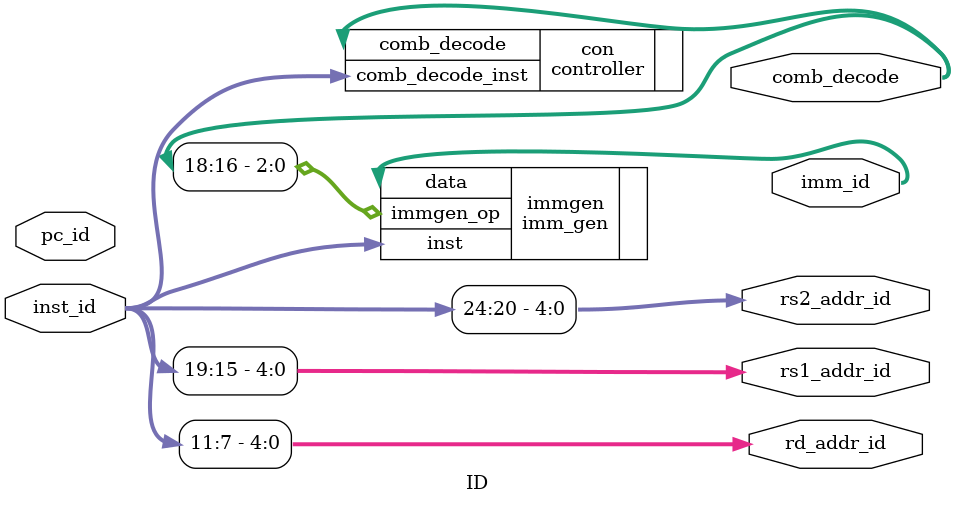
<source format=v>
module ID(
    input wire [63:0] pc_id,
    input wire [31:0] inst_id,
    output wire [4:0] rd_addr_id,
    output wire [23:0] comb_decode,
    output wire [63:0] imm_id,
    output wire [4:0] rs1_addr_id,
    output wire [4:0] rs2_addr_id
);

controller con(
    .comb_decode_inst(inst_id),
    .comb_decode(comb_decode)
);

imm_gen immgen(
    .immgen_op(comb_decode[18:16]),
    .inst(inst_id),
    .data(imm_id)
);
assign rd_addr_id=inst_id[11:7];
assign rs1_addr_id=inst_id[19:15];
assign rs2_addr_id=inst_id[24:20];
endmodule
</source>
